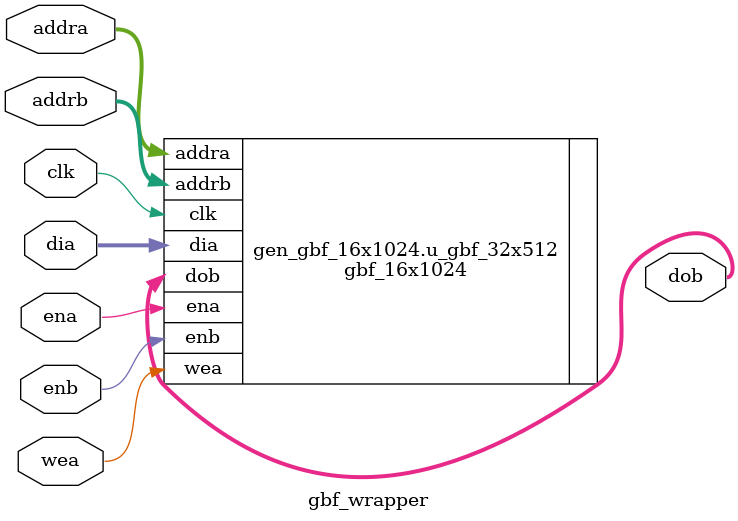
<source format=v>


`timescale 1ns / 1ps

`define FPGA 0
module gbf_wrapper #(parameter DATA_BITWIDTH = 512,
                parameter ADDR_BITWIDTH = 5,
                parameter DEPTH = 32 )
              ( input clk, ena, enb, wea,
                input [ADDR_BITWIDTH-1 : 0] addra, addrb,
                input [DATA_BITWIDTH-1 : 0] dia, 
                output reg [DATA_BITWIDTH-1 : 0] dob
    );


    `ifdef FPGA
    //------------------------------------------------------------------------+
	// Implement ip generate block ram
	//------------------------------------------------------------------------+
        generate
		if((DATA_BITWIDTH == 512) && (DEPTH == 32)) begin: gen_gbf_16x1024
			gbf_16x1024 u_gbf_32x512( 
				.clk(clk), .ena(ena), .enb(enb), .wea(wea),
				.addra(addra), .addrb(addrb),
				.dia(dia), .dob(dob)
			 );
		end
	    endgenerate
    `else 
    //------------------------------------------------------------------------+
	// Memory modeling
	//------------------------------------------------------------------------+
    reg [DATA_BITWIDTH-1 : 0] mem[0 : DEPTH-1];

    //write when ena is 1 (by using only port A)
    always @(posedge clk) begin
        if(ena) begin
            if(wea)
                mem[addra] <= dia;
        end
    end

    //read when enb is 1 (by using only port B)
    always @(posedge clk) begin
        if(enb) begin
            dob <= mem[addrb];
        end
    end


    `endif




endmodule
</source>
